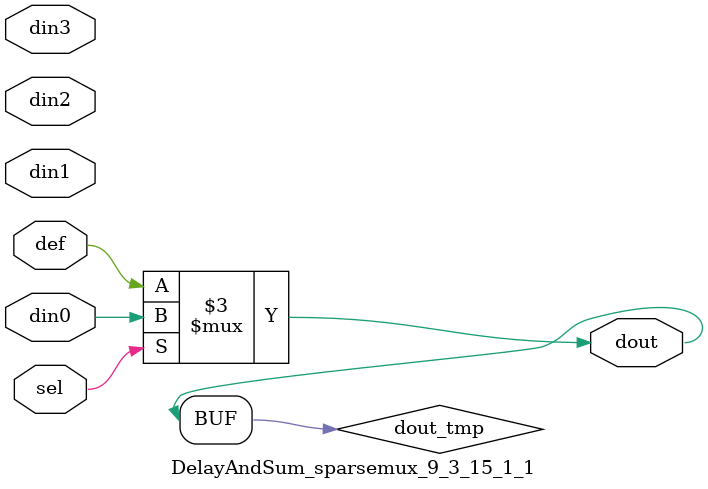
<source format=v>
`timescale 1ns / 1ps

module DelayAndSum_sparsemux_9_3_15_1_1 (din0,din1,din2,din3,def,sel,dout);

parameter din0_WIDTH = 1;

parameter din1_WIDTH = 1;

parameter din2_WIDTH = 1;

parameter din3_WIDTH = 1;

parameter def_WIDTH = 1;
parameter sel_WIDTH = 1;
parameter dout_WIDTH = 1;

parameter [sel_WIDTH-1:0] CASE0 = 1;

parameter [sel_WIDTH-1:0] CASE1 = 1;

parameter [sel_WIDTH-1:0] CASE2 = 1;

parameter [sel_WIDTH-1:0] CASE3 = 1;

parameter ID = 1;
parameter NUM_STAGE = 1;



input [din0_WIDTH-1:0] din0;

input [din1_WIDTH-1:0] din1;

input [din2_WIDTH-1:0] din2;

input [din3_WIDTH-1:0] din3;

input [def_WIDTH-1:0] def;
input [sel_WIDTH-1:0] sel;

output [dout_WIDTH-1:0] dout;



reg [dout_WIDTH-1:0] dout_tmp;


always @ (*) begin
(* parallel_case *) case (sel)
    
    CASE0 : dout_tmp = din0;
    
    CASE1 : dout_tmp = din1;
    
    CASE2 : dout_tmp = din2;
    
    CASE3 : dout_tmp = din3;
    
    default : dout_tmp = def;
endcase
end


assign dout = dout_tmp;



endmodule

</source>
